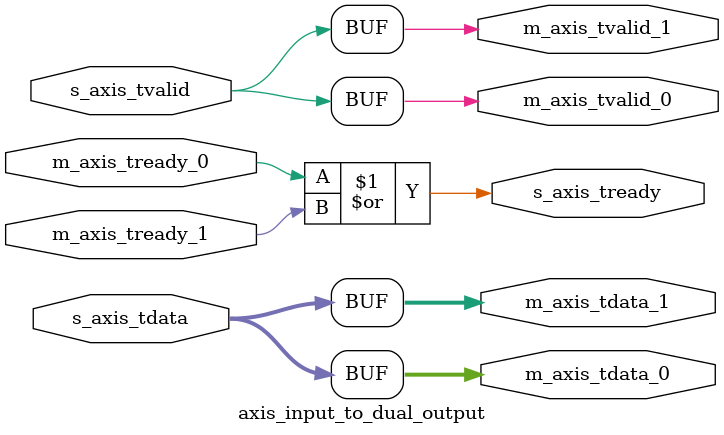
<source format=v>

module axis_input_to_dual_output #(
  parameter WIDTH = 16
)(
  input  s_axis_tvalid,
  input  signed [WIDTH-1:0] s_axis_tdata,
  input  m_axis_tready_0,
  input  m_axis_tready_1,
  output s_axis_tready,
  output m_axis_tvalid_0,
  output signed [WIDTH-1:0] m_axis_tdata_0,
  output m_axis_tvalid_1,
  output signed [WIDTH-1:0] m_axis_tdata_1
);

assign s_axis_tready = m_axis_tready_0 | m_axis_tready_1;
assign m_axis_tdata_0 = s_axis_tdata;
assign m_axis_tdata_1 = s_axis_tdata;
assign m_axis_tvalid_0 = s_axis_tvalid;
assign m_axis_tvalid_1 = s_axis_tvalid;

endmodule
</source>
